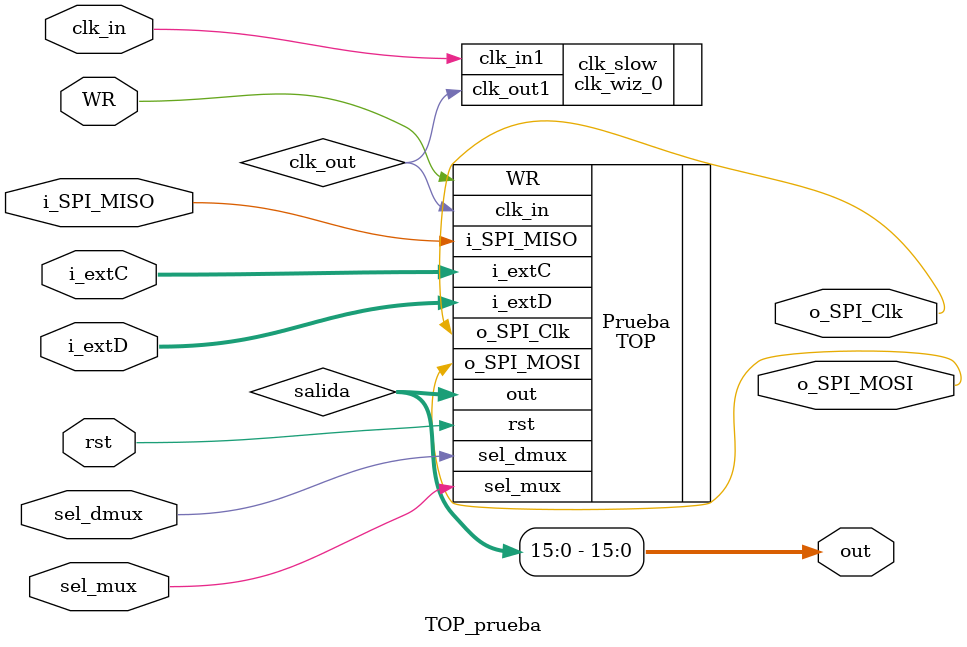
<source format=v>
`timescale 1ns / 1ps

module TOP_prueba (
    input clk_in,
    input rst,
    
    //SPI JA
    output o_SPI_Clk,   //Conectar JA
    input i_SPI_MISO,  //Conectar JA
    output o_SPI_MOSI,   //Conecta JA
    
    input WR, sel_mux, sel_dmux,
    input [1:0] i_extC,
    input [7:0] i_extD,
    output [15:0] out
);

wire [31:0] salida;

    clk_wiz_0  clk_slow
 (
  // Clock out ports
    .clk_out1(clk_out),     // output clk_out1
   // Clock in ports
    .clk_in1(clk_in)
 );
 
 TOP Prueba(
    .clk_in(clk_out),
    .rst(rst),
    
    //SPI JA
    .o_SPI_Clk(o_SPI_Clk),   //Conectar JA
    .i_SPI_MISO(i_SPI_MISO),  //Conectar JA
    .o_SPI_MOSI(o_SPI_MOSI),   //Conecta JA
    
    .WR(WR), 
    .sel_mux(sel_mux), 
    .sel_dmux(sel_dmux),
    .i_extC(i_extC),
    .i_extD(i_extD),
    .out(salida)
);

assign out = salida [15:0];

endmodule
</source>
